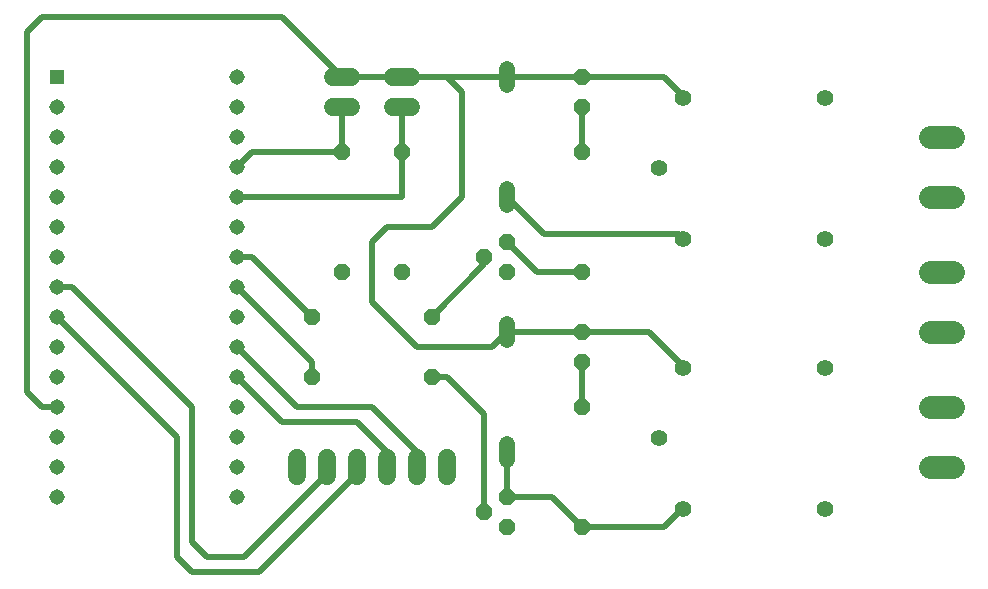
<source format=gbr>
G04 EAGLE Gerber RS-274X export*
G75*
%MOMM*%
%FSLAX34Y34*%
%LPD*%
%INTop Copper*%
%IPPOS*%
%AMOC8*
5,1,8,0,0,1.08239X$1,22.5*%
G01*
%ADD10R,1.308000X1.308000*%
%ADD11C,1.308000*%
%ADD12C,1.320800*%
%ADD13P,1.429621X8X292.500000*%
%ADD14P,1.429621X8X112.500000*%
%ADD15P,1.429621X8X202.500000*%
%ADD16C,1.408000*%
%ADD17C,1.524000*%
%ADD18C,1.981200*%
%ADD19C,0.508000*%


D10*
X127000Y558800D03*
D11*
X127000Y533400D03*
X127000Y508000D03*
X127000Y482600D03*
X127000Y457200D03*
X127000Y431800D03*
X127000Y406400D03*
X127000Y381000D03*
X127000Y355600D03*
X127000Y330200D03*
X127000Y304800D03*
X127000Y279400D03*
X127000Y254000D03*
X127000Y228600D03*
X127000Y203200D03*
X279400Y203200D03*
X279400Y228600D03*
X279400Y254000D03*
X279400Y279400D03*
X279400Y304800D03*
X279400Y330200D03*
X279400Y355600D03*
X279400Y381000D03*
X279400Y406400D03*
X279400Y431800D03*
X279400Y457200D03*
X279400Y482600D03*
X279400Y508000D03*
X279400Y533400D03*
X279400Y558800D03*
D12*
X508000Y565404D02*
X508000Y552196D01*
X508000Y463804D02*
X508000Y450596D01*
X508000Y349504D02*
X508000Y336296D01*
X508000Y247904D02*
X508000Y234696D01*
D13*
X571500Y558800D03*
X571500Y533400D03*
X571500Y342900D03*
X571500Y317500D03*
D14*
X508000Y419100D03*
X488950Y406400D03*
X508000Y393700D03*
X508000Y203200D03*
X488950Y190500D03*
X508000Y177800D03*
X571500Y177800D03*
X571500Y279400D03*
X571500Y393700D03*
X571500Y495300D03*
D15*
X444500Y355600D03*
X342900Y355600D03*
X444500Y304800D03*
X342900Y304800D03*
D14*
X368300Y393700D03*
X368300Y495300D03*
X419100Y393700D03*
X419100Y495300D03*
D16*
X777300Y421400D03*
X657300Y541400D03*
X637300Y481400D03*
X777300Y541400D03*
X657300Y421400D03*
X777300Y192800D03*
X657300Y312800D03*
X637300Y252800D03*
X777300Y312800D03*
X657300Y192800D03*
D17*
X330200Y220980D02*
X330200Y236220D01*
X355600Y236220D02*
X355600Y220980D01*
X381000Y220980D02*
X381000Y236220D01*
X406400Y236220D02*
X406400Y220980D01*
X431800Y220980D02*
X431800Y236220D01*
X457200Y236220D02*
X457200Y220980D01*
X426720Y558800D02*
X411480Y558800D01*
X411480Y533400D02*
X426720Y533400D01*
X375920Y533400D02*
X360680Y533400D01*
X360680Y558800D02*
X375920Y558800D01*
D18*
X866394Y507746D02*
X886206Y507746D01*
X886206Y457454D02*
X866394Y457454D01*
X866394Y279146D02*
X886206Y279146D01*
X886206Y228854D02*
X866394Y228854D01*
X866394Y343154D02*
X886206Y343154D01*
X886206Y393446D02*
X866394Y393446D01*
D19*
X571500Y317500D02*
X571500Y279400D01*
X546100Y203200D02*
X571500Y177800D01*
X546100Y203200D02*
X508000Y203200D01*
X508000Y241300D01*
X641350Y177800D02*
X654050Y190500D01*
X641350Y177800D02*
X571500Y177800D01*
X654050Y190500D02*
X657300Y192800D01*
X488950Y400050D02*
X488950Y406400D01*
X488950Y400050D02*
X444500Y355600D01*
X539750Y425450D02*
X508000Y457200D01*
X539750Y425450D02*
X654050Y425450D01*
X657300Y421400D01*
X571500Y495300D02*
X571500Y533400D01*
X488950Y273050D02*
X488950Y190500D01*
X457200Y304800D02*
X444500Y304800D01*
X457200Y304800D02*
X488950Y273050D01*
X533400Y393700D02*
X508000Y419100D01*
X533400Y393700D02*
X571500Y393700D01*
X292100Y495300D02*
X279400Y482600D01*
X292100Y495300D02*
X368300Y495300D01*
X368300Y533400D01*
X419100Y457200D02*
X279400Y457200D01*
X419100Y457200D02*
X419100Y495300D01*
X419100Y533400D01*
X292100Y406400D02*
X342900Y355600D01*
X292100Y406400D02*
X279400Y406400D01*
X279400Y381000D02*
X342900Y317500D01*
X342900Y304800D01*
X330200Y279400D02*
X279400Y330200D01*
X431800Y241300D02*
X431800Y228600D01*
X393700Y279400D02*
X330200Y279400D01*
X393700Y279400D02*
X431800Y241300D01*
X508000Y342900D02*
X571500Y342900D01*
X628650Y342900D02*
X654050Y317500D01*
X628650Y342900D02*
X571500Y342900D01*
X654050Y317500D02*
X657300Y312800D01*
X419100Y558800D02*
X368300Y558800D01*
X508000Y558800D02*
X571500Y558800D01*
X641350Y558800D02*
X654050Y546100D01*
X641350Y558800D02*
X571500Y558800D01*
X654050Y546100D02*
X657300Y541400D01*
X508000Y558800D02*
X457200Y558800D01*
X419100Y558800D01*
X127000Y279400D02*
X114300Y279400D01*
X101600Y292100D01*
X101600Y596900D01*
X114300Y609600D01*
X317500Y609600D01*
X368300Y558800D01*
X457200Y558800D02*
X469900Y546100D01*
X469900Y457200D01*
X444500Y431800D02*
X406400Y431800D01*
X393700Y419100D01*
X444500Y431800D02*
X469900Y457200D01*
X508000Y342900D02*
X495300Y330200D01*
X431800Y330200D01*
X393700Y368300D01*
X393700Y419100D01*
X285750Y152400D02*
X254000Y152400D01*
X285750Y152400D02*
X355600Y222250D01*
X355600Y228600D01*
X139700Y381000D02*
X127000Y381000D01*
X139700Y381000D02*
X241300Y279400D01*
X241300Y165100D01*
X254000Y152400D01*
X228600Y254000D02*
X127000Y355600D01*
X301625Y142875D02*
X381000Y222250D01*
X381000Y228600D01*
X301625Y142875D02*
X298450Y139700D01*
X241300Y139700D01*
X228600Y152400D01*
X228600Y254000D01*
X279400Y304800D02*
X317500Y266700D01*
X381000Y266700D02*
X406400Y241300D01*
X406400Y228600D01*
X381000Y266700D02*
X317500Y266700D01*
M02*

</source>
